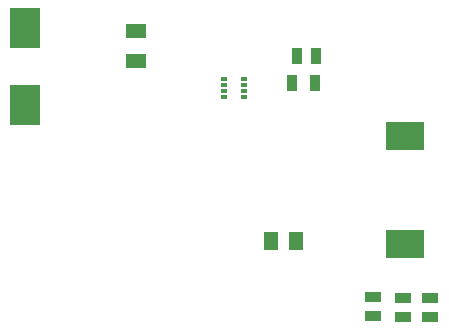
<source format=gbr>
%TF.GenerationSoftware,Altium Limited,Altium Designer,23.6.0 (18)*%
G04 Layer_Color=128*
%FSLAX45Y45*%
%MOMM*%
%TF.SameCoordinates,CA757A27-890D-4031-9470-5F8B39CF6935*%
%TF.FilePolarity,Positive*%
%TF.FileFunction,Paste,Bot*%
%TF.Part,Single*%
G01*
G75*
%TA.AperFunction,SMDPad,CuDef*%
%ADD23R,1.47000X0.97000*%
%ADD44R,0.95000X1.35000*%
%ADD45R,0.95000X1.45000*%
%ADD46R,3.30000X2.40000*%
%ADD47R,1.35000X0.95000*%
%ADD48R,1.20651X1.50822*%
%ADD49R,2.50000X3.50000*%
%ADD50R,1.70620X1.20443*%
%ADD51R,0.47500X0.30000*%
D23*
X11341100Y2971537D02*
D03*
Y3137541D02*
D03*
D44*
X10601640Y5181600D02*
D03*
X10441641D02*
D03*
D45*
X10396799Y4953000D02*
D03*
X10591800D02*
D03*
D46*
X11353800Y4506300D02*
D03*
Y3596300D02*
D03*
D47*
X11087101Y2980700D02*
D03*
Y3140700D02*
D03*
X11569700Y2978542D02*
D03*
Y3138541D02*
D03*
D48*
X10220015Y3619500D02*
D03*
X10430185D02*
D03*
D49*
X8140700Y5417698D02*
D03*
Y4767702D02*
D03*
D50*
X9080500Y5145410D02*
D03*
Y5395590D02*
D03*
D51*
X9989800Y4839899D02*
D03*
Y4889901D02*
D03*
Y4939899D02*
D03*
Y4989901D02*
D03*
X9822200D02*
D03*
Y4939899D02*
D03*
Y4889901D02*
D03*
Y4839899D02*
D03*
%TF.MD5,cdf95838313a4d1af615878df280216e*%
M02*

</source>
